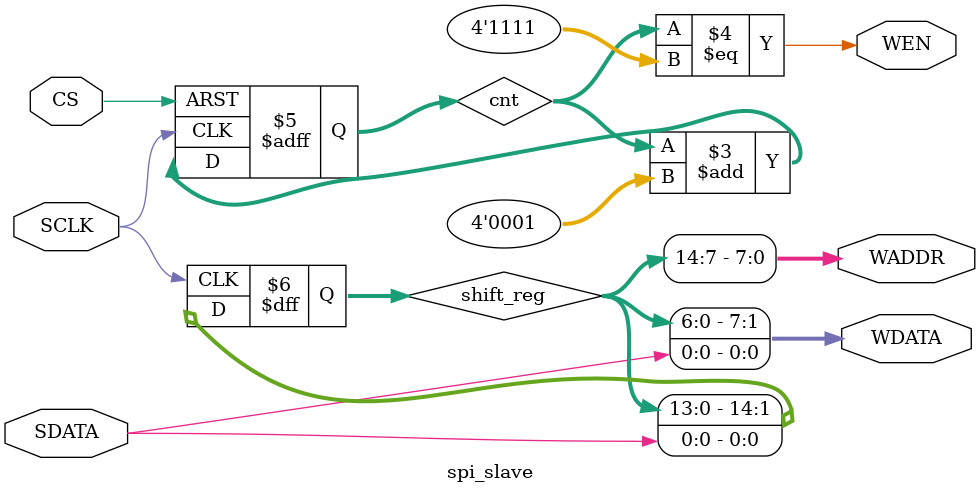
<source format=v>
module spi_slave(
 input        CS,
 input        SCLK,
 input        SDATA,
 output       WEN,
 output [7:0] WADDR,
 output [7:0] WDATA
);

reg [14:0] shift_reg;
always @(posedge SCLK) shift_reg <= {shift_reg[13:0], SDATA};
assign WADDR = shift_reg[14:7];
assign WDATA = {shift_reg[6:0], SDATA};

reg [3:0] cnt;
always @(posedge SCLK or posedge CS)
  if (CS) cnt <= 4'd0;
  else    cnt <= cnt + 4'd1;

assign WEN = (cnt == 4'd15);

endmodule

</source>
